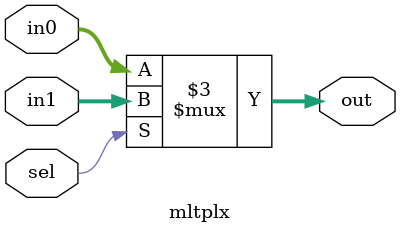
<source format=sv>
module mltplx #(
    parameter WIDTH = 32  // Ancho del bus de datos
)(
    input  logic [WIDTH-1:0] in0, // Entrada 0
    input  logic [WIDTH-1:0] in1, // Entrada 1
    input  logic sel, // Señal de selección
    output logic [WIDTH-1:0] out // Salida
);

    always_comb begin
        if (sel)
            out = in1;
        else
            out = in0;
    end

endmodule

</source>
